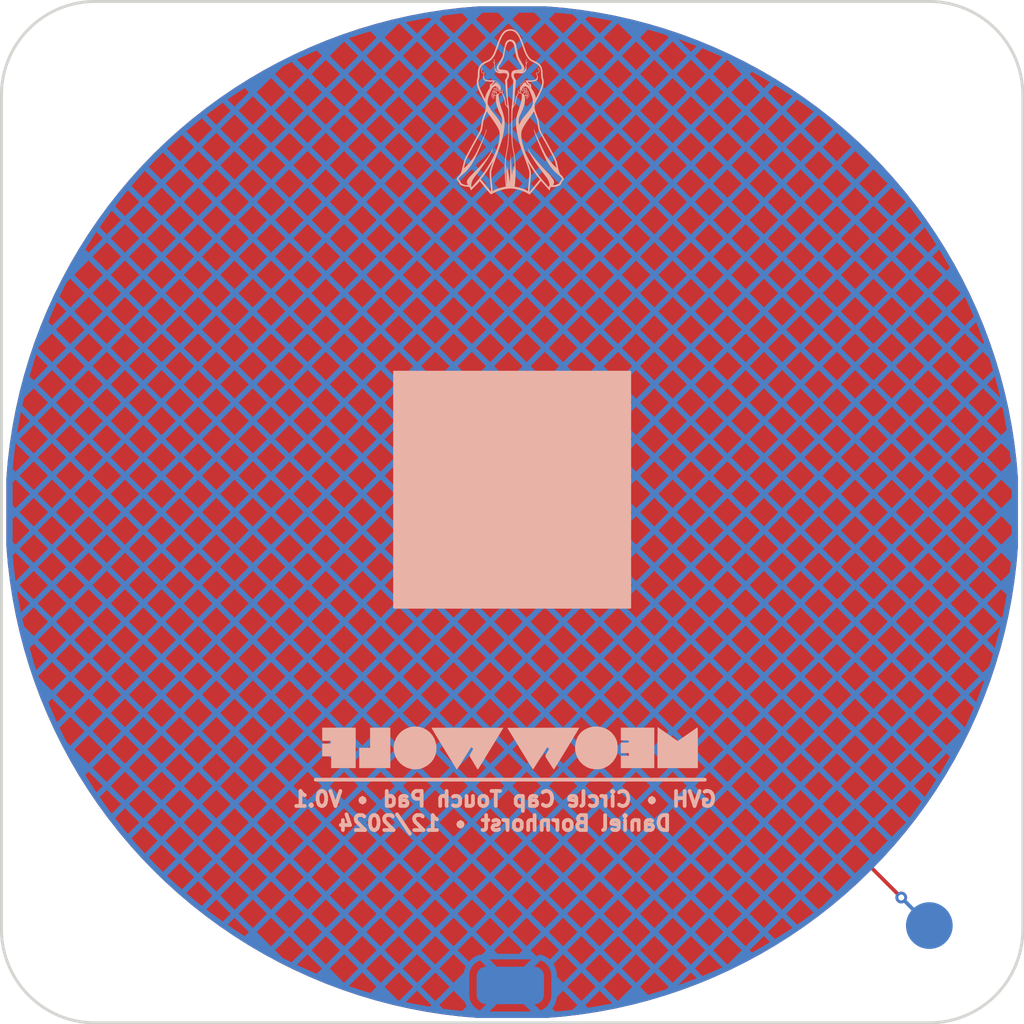
<source format=kicad_pcb>
(kicad_pcb (version 20221018) (generator pcbnew)
  (title_block (date "2024-12-03") (rev "v0.1") (company "Meow Wolf") (comment 1 "Daniel Bornhorst"))
  (layers (0 "F.Cu" signal) (31 "B.Cu" signal) (34 "B.Paste" user) (35 "F.Paste" user) (36 "B.SilkS" user "B.Silkscreen") (37 "F.SilkS" user "F.Silkscreen") (38 "B.Mask" user) (39 "F.Mask" user) (44 "Edge.Cuts" user))
  (net 0 "")
  (net 1 "GND")
  (net 2 "TOUCH")
  (footprint "0_touch_pad:SMD_Pad" (layer "B.Cu") (at 266.827 95.25 45)
    (fp_text reference "J5" hide)
    (fp_text value "Conn_01x01" hide)
    (pad "1" smd circle (at 0 0 45) (size 3.175 3.175) (layers "B.Cu" "B.Paste" "B.Mask") (net 2 "TOUCH"))
  )
  (footprint "0_logo:GVH_Cloak_Figure" (layer "B.Cu") (at 238.331782 40.192463 180)
    (fp_text reference "REF**" hide)
    (fp_text value "GVH_Cloak_Figure" hide)
  )
  (footprint "0_logo:MW_Logo_Horizontal_1.0inch" (layer "B.Cu") (at 238.379 83.185 180)
    (fp_text reference "G***" hide)
    (fp_text value "LOGO" hide)
  )
  (footprint "0_touch_pad:SMD_Pad" (layer "B.Cu") (at 238.379 99.314 180)
    (fp_text reference "J2" hide)
    (fp_text value "Conn_01x01" hide)
    (pad "1" smd roundrect (at 0 0 180) (size 4.572 2.54) (layers "B.Cu" "B.Paste" "B.Mask") (net 1 "GND"))
  )
  (gr_rect (start 230.505 57.658) (end 246.507 73.66) (stroke (width 0.15)) (fill solid) (layer "B.SilkS"))
  (gr_line (start 251.587 85.344) (end 225.171 85.344) (stroke (width 0.254)) (layer "B.SilkS"))
  (gr_line (start 273.177 95.504) (end 273.177 38.862) (stroke (width 0.2)) (layer "Edge.Cuts"))
  (gr_line (start 210.185 101.854) (end 266.827 101.854) (stroke (width 0.2)) (layer "Edge.Cuts"))
  (gr_line (start 266.827 32.512) (end 210.185 32.512) (stroke (width 0.2)) (layer "Edge.Cuts"))
  (gr_line (start 203.835 38.862) (end 203.835 95.504) (stroke (width 0.2)) (layer "Edge.Cuts"))
  (gr_arc (start 203.835 38.862) (mid 205.694872 34.371872) (end 210.185 32.512) (stroke (width 0.2)) (layer "Edge.Cuts"))
  (gr_arc (start 210.185 101.854) (mid 205.694872 99.994128) (end 203.835 95.504) (stroke (width 0.2)) (layer "Edge.Cuts"))
  (gr_arc (start 266.827 32.512) (mid 271.317128 34.371872) (end 273.177 38.862) (stroke (width 0.2)) (layer "Edge.Cuts"))
  (gr_arc (start 273.177 95.504) (mid 271.317128 99.994128) (end 266.827 101.854) (stroke (width 0.2)) (layer "Edge.Cuts"))
  (gr_text "GVH • Circle Cap Touch Pad • V0.1\nDaniel Bornhorst • 12/2024" (at 237.998 88.9) (layer "B.SilkS") (effects (font (size 1.016 1.016) (thickness 0.254) bold) (justify bottom mirror)))
  (segment (start 264.922 93.345) (end 261.62 90.043) (width 0.254) (layer "F.Cu") (net 2))
  (via (at 264.922 93.345) (size 0.8) (drill 0.4) (layers "F.Cu" "B.Cu") (net 2))
  (segment (start 266.827 95.25) (end 264.922 93.345) (width 0.254) (layer "B.Cu") (net 2))
  (zone (net 2) (net_name "TOUCH") (layer "F.Cu") (connect_pads (clearance 0.5)) (min_thickness 0.25) (fill yes (thermal_gap 0.5) (thermal_bridge_width 0.5) (smoothing fillet) (radius 34.417))
    (polygon (pts (xy 204.089 101.6) (xy 204.089 32.766) (xy 272.923 32.766) (xy 272.923 101.6)))
  )
  (zone (net 1) (net_name "GND") (layer "B.Cu") (priority 1) (connect_pads (clearance 0.5)) (min_thickness 0.25) (fill yes (mode hatch) (thermal_gap 0.5) (thermal_bridge_width 0.5) (smoothing fillet) (radius 34.417) (hatch_thickness 0.381) (hatch_gap 1.3716) (hatch_orientation 45) (hatch_border_algorithm hatch_thickness) (hatch_min_hole_area 0.3))
    (polygon (pts (xy 204.089 101.6) (xy 204.089 32.766) (xy 272.923 32.766) (xy 272.923 101.6)))
  )
)
</source>
